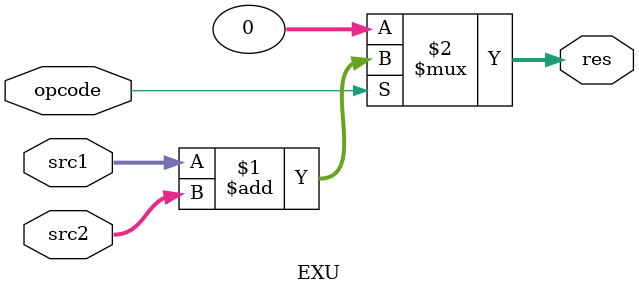
<source format=v>
module EXU (
    input opcode,
    input [31:0] src1,
    input [31:0] src2,
    output [31:0] res
);
    assign res = opcode ? src1 + src2 : 32'h0;
endmodule
</source>
